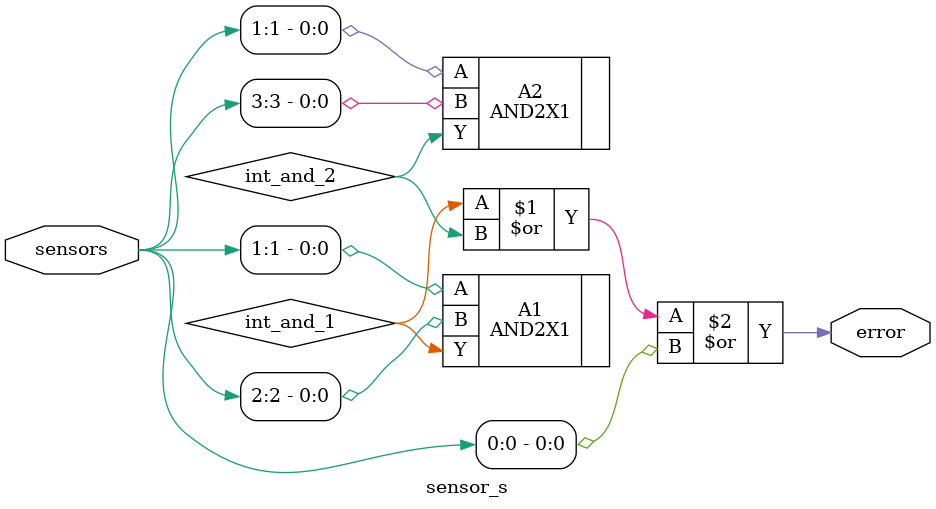
<source format=sv>

module sensor_s
(
	input wire [3:0] sensors, 
	output wire error
);

reg int_and_1;
reg int_and_2;

AND2X1 A1 (.Y(int_and_1), .A(sensors[1]), .B(sensors[2]));
AND2X1 A2 (.Y(int_and_2), .A(sensors[1]), .B(sensors[3]));
or (error, int_and_1, int_and_2, sensors[0]);

endmodule

</source>
